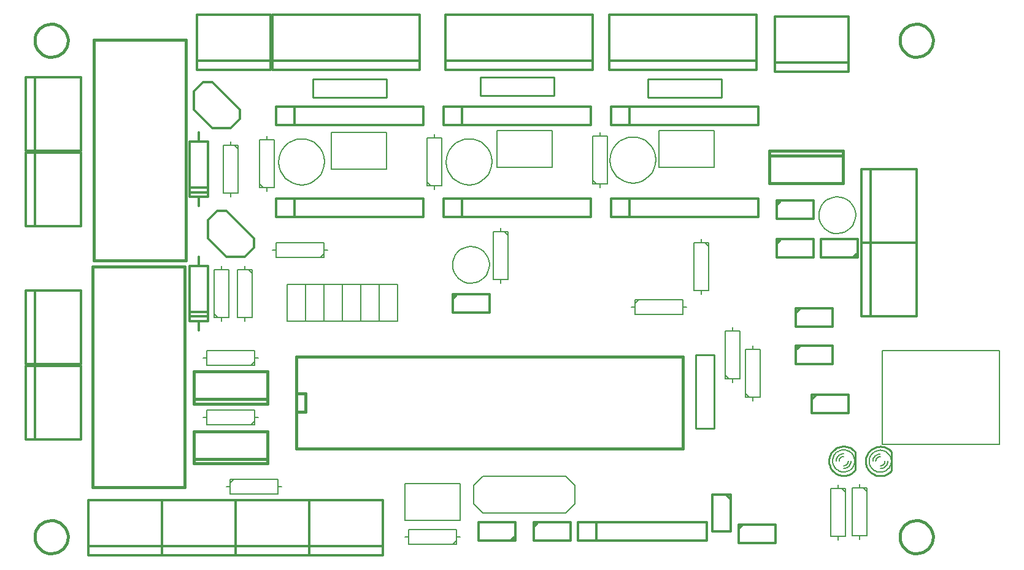
<source format=gto>
G04 (created by PCBNEW-RS274X (2012-apr-16-27)-stable) date Tue 29 Oct 2013 12:21:01 GMT*
G01*
G70*
G90*
%MOIN*%
G04 Gerber Fmt 3.4, Leading zero omitted, Abs format*
%FSLAX34Y34*%
G04 APERTURE LIST*
%ADD10C,0.006000*%
%ADD11C,0.005000*%
%ADD12C,0.012000*%
%ADD13C,0.008000*%
%ADD14C,0.010000*%
%ADD15C,0.015000*%
G04 APERTURE END LIST*
G54D10*
G54D11*
X66650Y-33450D02*
X73000Y-33450D01*
X73000Y-28350D02*
X66650Y-28350D01*
X73000Y-28350D02*
X73000Y-33450D01*
X66650Y-28350D02*
X66650Y-33450D01*
G54D12*
X51900Y-20100D02*
X59900Y-20100D01*
X59900Y-20100D02*
X59900Y-21100D01*
X59900Y-21100D02*
X51900Y-21100D01*
X51900Y-21100D02*
X51900Y-20100D01*
X52900Y-21100D02*
X52900Y-20100D01*
X33700Y-15100D02*
X41700Y-15100D01*
X41700Y-15100D02*
X41700Y-16100D01*
X41700Y-16100D02*
X33700Y-16100D01*
X33700Y-16100D02*
X33700Y-15100D01*
X34700Y-16100D02*
X34700Y-15100D01*
X42800Y-15100D02*
X50800Y-15100D01*
X50800Y-15100D02*
X50800Y-16100D01*
X50800Y-16100D02*
X42800Y-16100D01*
X42800Y-16100D02*
X42800Y-15100D01*
X43800Y-16100D02*
X43800Y-15100D01*
X51900Y-15100D02*
X59900Y-15100D01*
X59900Y-15100D02*
X59900Y-16100D01*
X59900Y-16100D02*
X51900Y-16100D01*
X51900Y-16100D02*
X51900Y-15100D01*
X52900Y-16100D02*
X52900Y-15100D01*
X33700Y-20100D02*
X41700Y-20100D01*
X41700Y-20100D02*
X41700Y-21100D01*
X41700Y-21100D02*
X33700Y-21100D01*
X33700Y-21100D02*
X33700Y-20100D01*
X34700Y-21100D02*
X34700Y-20100D01*
X42800Y-20100D02*
X50800Y-20100D01*
X50800Y-20100D02*
X50800Y-21100D01*
X50800Y-21100D02*
X42800Y-21100D01*
X42800Y-21100D02*
X42800Y-20100D01*
X43800Y-21100D02*
X43800Y-20100D01*
G54D13*
X32750Y-28750D02*
X32550Y-28750D01*
X29750Y-28750D02*
X29950Y-28750D01*
X29950Y-28750D02*
X29950Y-29150D01*
X29950Y-29150D02*
X32550Y-29150D01*
X32550Y-29150D02*
X32550Y-28350D01*
X32550Y-28350D02*
X29950Y-28350D01*
X29950Y-28350D02*
X29950Y-28750D01*
X32550Y-28950D02*
X32350Y-29150D01*
X43700Y-38500D02*
X43500Y-38500D01*
X40700Y-38500D02*
X40900Y-38500D01*
X40900Y-38500D02*
X40900Y-38900D01*
X40900Y-38900D02*
X43500Y-38900D01*
X43500Y-38900D02*
X43500Y-38100D01*
X43500Y-38100D02*
X40900Y-38100D01*
X40900Y-38100D02*
X40900Y-38500D01*
X43500Y-38700D02*
X43300Y-38900D01*
X31000Y-35750D02*
X31200Y-35750D01*
X34000Y-35750D02*
X33800Y-35750D01*
X33800Y-35750D02*
X33800Y-35350D01*
X33800Y-35350D02*
X31200Y-35350D01*
X31200Y-35350D02*
X31200Y-36150D01*
X31200Y-36150D02*
X33800Y-36150D01*
X33800Y-36150D02*
X33800Y-35750D01*
X31200Y-35550D02*
X31400Y-35350D01*
X32750Y-32000D02*
X32550Y-32000D01*
X29750Y-32000D02*
X29950Y-32000D01*
X29950Y-32000D02*
X29950Y-32400D01*
X29950Y-32400D02*
X32550Y-32400D01*
X32550Y-32400D02*
X32550Y-31600D01*
X32550Y-31600D02*
X29950Y-31600D01*
X29950Y-31600D02*
X29950Y-32000D01*
X32550Y-32200D02*
X32350Y-32400D01*
X30750Y-26750D02*
X30750Y-26550D01*
X30750Y-23750D02*
X30750Y-23950D01*
X30750Y-23950D02*
X30350Y-23950D01*
X30350Y-23950D02*
X30350Y-26550D01*
X30350Y-26550D02*
X31150Y-26550D01*
X31150Y-26550D02*
X31150Y-23950D01*
X31150Y-23950D02*
X30750Y-23950D01*
X30550Y-26550D02*
X30350Y-26350D01*
X33200Y-19700D02*
X33200Y-19500D01*
X33200Y-16700D02*
X33200Y-16900D01*
X33200Y-16900D02*
X32800Y-16900D01*
X32800Y-16900D02*
X32800Y-19500D01*
X32800Y-19500D02*
X33600Y-19500D01*
X33600Y-19500D02*
X33600Y-16900D01*
X33600Y-16900D02*
X33200Y-16900D01*
X33000Y-19500D02*
X32800Y-19300D01*
X42300Y-19600D02*
X42300Y-19400D01*
X42300Y-16600D02*
X42300Y-16800D01*
X42300Y-16800D02*
X41900Y-16800D01*
X41900Y-16800D02*
X41900Y-19400D01*
X41900Y-19400D02*
X42700Y-19400D01*
X42700Y-19400D02*
X42700Y-16800D01*
X42700Y-16800D02*
X42300Y-16800D01*
X42100Y-19400D02*
X41900Y-19200D01*
X51300Y-19500D02*
X51300Y-19300D01*
X51300Y-16500D02*
X51300Y-16700D01*
X51300Y-16700D02*
X50900Y-16700D01*
X50900Y-16700D02*
X50900Y-19300D01*
X50900Y-19300D02*
X51700Y-19300D01*
X51700Y-19300D02*
X51700Y-16700D01*
X51700Y-16700D02*
X51300Y-16700D01*
X51100Y-19300D02*
X50900Y-19100D01*
X36500Y-22900D02*
X36300Y-22900D01*
X33500Y-22900D02*
X33700Y-22900D01*
X33700Y-22900D02*
X33700Y-23300D01*
X33700Y-23300D02*
X36300Y-23300D01*
X36300Y-23300D02*
X36300Y-22500D01*
X36300Y-22500D02*
X33700Y-22500D01*
X33700Y-22500D02*
X33700Y-22900D01*
X36300Y-23100D02*
X36100Y-23300D01*
X45900Y-21700D02*
X45900Y-21900D01*
X45900Y-24700D02*
X45900Y-24500D01*
X45900Y-24500D02*
X46300Y-24500D01*
X46300Y-24500D02*
X46300Y-21900D01*
X46300Y-21900D02*
X45500Y-21900D01*
X45500Y-21900D02*
X45500Y-24500D01*
X45500Y-24500D02*
X45900Y-24500D01*
X46100Y-21900D02*
X46300Y-22100D01*
X56800Y-22300D02*
X56800Y-22500D01*
X56800Y-25300D02*
X56800Y-25100D01*
X56800Y-25100D02*
X57200Y-25100D01*
X57200Y-25100D02*
X57200Y-22500D01*
X57200Y-22500D02*
X56400Y-22500D01*
X56400Y-22500D02*
X56400Y-25100D01*
X56400Y-25100D02*
X56800Y-25100D01*
X57000Y-22500D02*
X57200Y-22700D01*
X64240Y-35660D02*
X64240Y-35860D01*
X64240Y-38660D02*
X64240Y-38460D01*
X64240Y-38460D02*
X64640Y-38460D01*
X64640Y-38460D02*
X64640Y-35860D01*
X64640Y-35860D02*
X63840Y-35860D01*
X63840Y-35860D02*
X63840Y-38460D01*
X63840Y-38460D02*
X64240Y-38460D01*
X64440Y-35860D02*
X64640Y-36060D01*
X65430Y-35630D02*
X65430Y-35830D01*
X65430Y-38630D02*
X65430Y-38430D01*
X65430Y-38430D02*
X65830Y-38430D01*
X65830Y-38430D02*
X65830Y-35830D01*
X65830Y-35830D02*
X65030Y-35830D01*
X65030Y-35830D02*
X65030Y-38430D01*
X65030Y-38430D02*
X65430Y-38430D01*
X65630Y-35830D02*
X65830Y-36030D01*
G54D14*
X39700Y-14600D02*
X35700Y-14600D01*
X39700Y-13600D02*
X35700Y-13600D01*
X35700Y-13600D02*
X35700Y-14600D01*
X39700Y-14600D02*
X39700Y-13600D01*
X48800Y-14500D02*
X44800Y-14500D01*
X48800Y-13500D02*
X44800Y-13500D01*
X44800Y-13500D02*
X44800Y-14500D01*
X48800Y-14500D02*
X48800Y-13500D01*
X57900Y-14600D02*
X53900Y-14600D01*
X57900Y-13600D02*
X53900Y-13600D01*
X53900Y-13600D02*
X53900Y-14600D01*
X57900Y-14600D02*
X57900Y-13600D01*
G54D13*
X40700Y-35600D02*
X43700Y-35600D01*
X43700Y-37600D02*
X40700Y-37600D01*
X40700Y-37600D02*
X40700Y-35600D01*
X43700Y-35600D02*
X43700Y-37600D01*
X57500Y-18400D02*
X54500Y-18400D01*
X54500Y-16400D02*
X57500Y-16400D01*
X57500Y-16400D02*
X57500Y-18400D01*
X54500Y-18400D02*
X54500Y-16400D01*
X48700Y-18400D02*
X45700Y-18400D01*
X45700Y-16400D02*
X48700Y-16400D01*
X48700Y-16400D02*
X48700Y-18400D01*
X45700Y-18400D02*
X45700Y-16400D01*
X39700Y-18500D02*
X36700Y-18500D01*
X36700Y-16500D02*
X39700Y-16500D01*
X39700Y-16500D02*
X39700Y-18500D01*
X36700Y-18500D02*
X36700Y-16500D01*
G54D11*
X36350Y-18100D02*
X36326Y-18342D01*
X36255Y-18576D01*
X36141Y-18791D01*
X35986Y-18980D01*
X35798Y-19136D01*
X35584Y-19252D01*
X35351Y-19324D01*
X35108Y-19349D01*
X34866Y-19327D01*
X34632Y-19258D01*
X34416Y-19145D01*
X34226Y-18993D01*
X34069Y-18806D01*
X33952Y-18592D01*
X33878Y-18359D01*
X33851Y-18117D01*
X33871Y-17875D01*
X33938Y-17640D01*
X34050Y-17423D01*
X34201Y-17232D01*
X34387Y-17074D01*
X34600Y-16955D01*
X34832Y-16880D01*
X35074Y-16851D01*
X35317Y-16869D01*
X35552Y-16935D01*
X35769Y-17045D01*
X35962Y-17195D01*
X36121Y-17380D01*
X36241Y-17592D01*
X36318Y-17824D01*
X36349Y-18066D01*
X36350Y-18100D01*
X54350Y-18000D02*
X54326Y-18242D01*
X54255Y-18476D01*
X54141Y-18691D01*
X53986Y-18880D01*
X53798Y-19036D01*
X53584Y-19152D01*
X53351Y-19224D01*
X53108Y-19249D01*
X52866Y-19227D01*
X52632Y-19158D01*
X52416Y-19045D01*
X52226Y-18893D01*
X52069Y-18706D01*
X51952Y-18492D01*
X51878Y-18259D01*
X51851Y-18017D01*
X51871Y-17775D01*
X51938Y-17540D01*
X52050Y-17323D01*
X52201Y-17132D01*
X52387Y-16974D01*
X52600Y-16855D01*
X52832Y-16780D01*
X53074Y-16751D01*
X53317Y-16769D01*
X53552Y-16835D01*
X53769Y-16945D01*
X53962Y-17095D01*
X54121Y-17280D01*
X54241Y-17492D01*
X54318Y-17724D01*
X54349Y-17966D01*
X54350Y-18000D01*
X45450Y-18100D02*
X45426Y-18342D01*
X45355Y-18576D01*
X45241Y-18791D01*
X45086Y-18980D01*
X44898Y-19136D01*
X44684Y-19252D01*
X44451Y-19324D01*
X44208Y-19349D01*
X43966Y-19327D01*
X43732Y-19258D01*
X43516Y-19145D01*
X43326Y-18993D01*
X43169Y-18806D01*
X43052Y-18592D01*
X42978Y-18359D01*
X42951Y-18117D01*
X42971Y-17875D01*
X43038Y-17640D01*
X43150Y-17423D01*
X43301Y-17232D01*
X43487Y-17074D01*
X43700Y-16955D01*
X43932Y-16880D01*
X44174Y-16851D01*
X44417Y-16869D01*
X44652Y-16935D01*
X44869Y-17045D01*
X45062Y-17195D01*
X45221Y-17380D01*
X45341Y-17592D01*
X45418Y-17824D01*
X45449Y-18066D01*
X45450Y-18100D01*
X65201Y-21000D02*
X65181Y-21194D01*
X65125Y-21381D01*
X65033Y-21553D01*
X64910Y-21705D01*
X64759Y-21829D01*
X64587Y-21922D01*
X64401Y-21980D01*
X64206Y-22000D01*
X64013Y-21983D01*
X63826Y-21928D01*
X63652Y-21837D01*
X63500Y-21715D01*
X63375Y-21565D01*
X63280Y-21394D01*
X63221Y-21208D01*
X63200Y-21013D01*
X63216Y-20820D01*
X63270Y-20632D01*
X63359Y-20458D01*
X63480Y-20305D01*
X63629Y-20179D01*
X63800Y-20083D01*
X63986Y-20023D01*
X64180Y-20000D01*
X64373Y-20015D01*
X64561Y-20067D01*
X64736Y-20155D01*
X64890Y-20276D01*
X65017Y-20423D01*
X65114Y-20593D01*
X65176Y-20779D01*
X65200Y-20973D01*
X65201Y-21000D01*
X45301Y-23700D02*
X45281Y-23894D01*
X45225Y-24081D01*
X45133Y-24253D01*
X45010Y-24405D01*
X44859Y-24529D01*
X44687Y-24622D01*
X44501Y-24680D01*
X44306Y-24700D01*
X44113Y-24683D01*
X43926Y-24628D01*
X43752Y-24537D01*
X43600Y-24415D01*
X43475Y-24265D01*
X43380Y-24094D01*
X43321Y-23908D01*
X43300Y-23713D01*
X43316Y-23520D01*
X43370Y-23332D01*
X43459Y-23158D01*
X43580Y-23005D01*
X43729Y-22879D01*
X43900Y-22783D01*
X44086Y-22723D01*
X44280Y-22700D01*
X44473Y-22715D01*
X44661Y-22767D01*
X44836Y-22855D01*
X44990Y-22976D01*
X45117Y-23123D01*
X45214Y-23293D01*
X45276Y-23479D01*
X45300Y-23673D01*
X45301Y-23700D01*
G54D12*
X65280Y-23300D02*
X63300Y-23300D01*
X63300Y-23300D02*
X63300Y-22300D01*
X63300Y-22300D02*
X65300Y-22300D01*
X65300Y-22300D02*
X65300Y-23300D01*
X65300Y-23050D02*
X65050Y-23300D01*
X46680Y-38700D02*
X44700Y-38700D01*
X44700Y-38700D02*
X44700Y-37700D01*
X44700Y-37700D02*
X46700Y-37700D01*
X46700Y-37700D02*
X46700Y-38700D01*
X46700Y-38450D02*
X46450Y-38700D01*
X60920Y-22300D02*
X62900Y-22300D01*
X62900Y-22300D02*
X62900Y-23300D01*
X62900Y-23300D02*
X60900Y-23300D01*
X60900Y-23300D02*
X60900Y-22300D01*
X60900Y-22550D02*
X61150Y-22300D01*
X47720Y-37700D02*
X49700Y-37700D01*
X49700Y-37700D02*
X49700Y-38700D01*
X49700Y-38700D02*
X47700Y-38700D01*
X47700Y-38700D02*
X47700Y-37700D01*
X47700Y-37950D02*
X47950Y-37700D01*
X43320Y-25300D02*
X45300Y-25300D01*
X45300Y-25300D02*
X45300Y-26300D01*
X45300Y-26300D02*
X43300Y-26300D01*
X43300Y-26300D02*
X43300Y-25300D01*
X43300Y-25550D02*
X43550Y-25300D01*
X61980Y-28090D02*
X63960Y-28090D01*
X63960Y-28090D02*
X63960Y-29090D01*
X63960Y-29090D02*
X61960Y-29090D01*
X61960Y-29090D02*
X61960Y-28090D01*
X61960Y-28340D02*
X62210Y-28090D01*
X61980Y-26080D02*
X63960Y-26080D01*
X63960Y-26080D02*
X63960Y-27080D01*
X63960Y-27080D02*
X61960Y-27080D01*
X61960Y-27080D02*
X61960Y-26080D01*
X61960Y-26330D02*
X62210Y-26080D01*
X58860Y-37820D02*
X60840Y-37820D01*
X60840Y-37820D02*
X60840Y-38820D01*
X60840Y-38820D02*
X58840Y-38820D01*
X58840Y-38820D02*
X58840Y-37820D01*
X58840Y-38070D02*
X59090Y-37820D01*
X62850Y-30770D02*
X64830Y-30770D01*
X64830Y-30770D02*
X64830Y-31770D01*
X64830Y-31770D02*
X62830Y-31770D01*
X62830Y-31770D02*
X62830Y-30770D01*
X62830Y-31020D02*
X63080Y-30770D01*
X58400Y-36220D02*
X58400Y-38200D01*
X58400Y-38200D02*
X57400Y-38200D01*
X57400Y-38200D02*
X57400Y-36200D01*
X57400Y-36200D02*
X58400Y-36200D01*
X58150Y-36200D02*
X58400Y-36450D01*
X60920Y-20200D02*
X62900Y-20200D01*
X62900Y-20200D02*
X62900Y-21200D01*
X62900Y-21200D02*
X60900Y-21200D01*
X60900Y-21200D02*
X60900Y-20200D01*
X60900Y-20450D02*
X61150Y-20200D01*
X51800Y-10100D02*
X51800Y-13100D01*
X59800Y-13100D02*
X59800Y-10100D01*
X59800Y-12600D02*
X51800Y-12600D01*
X51800Y-10100D02*
X59800Y-10100D01*
X51800Y-13100D02*
X59800Y-13100D01*
X33500Y-10100D02*
X33500Y-13100D01*
X41500Y-13100D02*
X41500Y-10100D01*
X41500Y-12600D02*
X33500Y-12600D01*
X33500Y-10100D02*
X41500Y-10100D01*
X33500Y-13100D02*
X41500Y-13100D01*
X42900Y-10100D02*
X42900Y-13100D01*
X50900Y-13100D02*
X50900Y-10100D01*
X50900Y-12600D02*
X42900Y-12600D01*
X42900Y-10100D02*
X50900Y-10100D01*
X42900Y-13100D02*
X50900Y-13100D01*
X39500Y-39000D02*
X35500Y-39000D01*
X39500Y-39500D02*
X39500Y-36500D01*
X39500Y-36500D02*
X35500Y-36500D01*
X35500Y-36500D02*
X35500Y-39500D01*
X35500Y-39500D02*
X39500Y-39500D01*
X35500Y-39000D02*
X31500Y-39000D01*
X35500Y-39500D02*
X35500Y-36500D01*
X35500Y-36500D02*
X31500Y-36500D01*
X31500Y-36500D02*
X31500Y-39500D01*
X31500Y-39500D02*
X35500Y-39500D01*
X31500Y-39000D02*
X27500Y-39000D01*
X31500Y-39500D02*
X31500Y-36500D01*
X31500Y-36500D02*
X27500Y-36500D01*
X27500Y-36500D02*
X27500Y-39500D01*
X27500Y-39500D02*
X31500Y-39500D01*
X33400Y-12600D02*
X29400Y-12600D01*
X33400Y-13100D02*
X33400Y-10100D01*
X33400Y-10100D02*
X29400Y-10100D01*
X29400Y-10100D02*
X29400Y-13100D01*
X29400Y-13100D02*
X33400Y-13100D01*
X27500Y-39000D02*
X23500Y-39000D01*
X27500Y-39500D02*
X27500Y-36500D01*
X27500Y-36500D02*
X23500Y-36500D01*
X23500Y-36500D02*
X23500Y-39500D01*
X23500Y-39500D02*
X27500Y-39500D01*
G54D15*
X34800Y-30700D02*
X35300Y-30700D01*
X35300Y-30700D02*
X35300Y-31700D01*
X35300Y-31700D02*
X34800Y-31700D01*
X34800Y-28700D02*
X55800Y-28700D01*
X55800Y-28700D02*
X55800Y-33700D01*
X55800Y-33700D02*
X34800Y-33700D01*
X34800Y-33700D02*
X34800Y-28700D01*
G54D12*
X50100Y-37700D02*
X50100Y-37700D01*
X50100Y-37700D02*
X57100Y-37700D01*
X57100Y-37700D02*
X57100Y-38700D01*
X57100Y-38700D02*
X50100Y-38700D01*
X50100Y-38700D02*
X50100Y-37700D01*
X51100Y-38700D02*
X51100Y-38700D01*
X51100Y-38700D02*
X51100Y-37700D01*
G54D13*
X53000Y-26000D02*
X53200Y-26000D01*
X56000Y-26000D02*
X55800Y-26000D01*
X55800Y-26000D02*
X55800Y-25600D01*
X55800Y-25600D02*
X53200Y-25600D01*
X53200Y-25600D02*
X53200Y-26400D01*
X53200Y-26400D02*
X55800Y-26400D01*
X55800Y-26400D02*
X55800Y-26000D01*
X53200Y-25800D02*
X53400Y-25600D01*
X58500Y-30100D02*
X58500Y-29900D01*
X58500Y-27100D02*
X58500Y-27300D01*
X58500Y-27300D02*
X58100Y-27300D01*
X58100Y-27300D02*
X58100Y-29900D01*
X58100Y-29900D02*
X58900Y-29900D01*
X58900Y-29900D02*
X58900Y-27300D01*
X58900Y-27300D02*
X58500Y-27300D01*
X58300Y-29900D02*
X58100Y-29700D01*
X59600Y-31100D02*
X59600Y-30900D01*
X59600Y-28100D02*
X59600Y-28300D01*
X59600Y-28300D02*
X59200Y-28300D01*
X59200Y-28300D02*
X59200Y-30900D01*
X59200Y-30900D02*
X60000Y-30900D01*
X60000Y-30900D02*
X60000Y-28300D01*
X60000Y-28300D02*
X59600Y-28300D01*
X59400Y-30900D02*
X59200Y-30700D01*
G54D14*
X56500Y-32600D02*
X56500Y-28600D01*
X57500Y-32600D02*
X57500Y-28600D01*
X57500Y-28600D02*
X56500Y-28600D01*
X56500Y-32600D02*
X57500Y-32600D01*
G54D12*
X64800Y-12700D02*
X60800Y-12700D01*
X64800Y-13200D02*
X64800Y-10200D01*
X64800Y-10200D02*
X60800Y-10200D01*
X60800Y-10200D02*
X60800Y-13200D01*
X60800Y-13200D02*
X64800Y-13200D01*
G54D10*
X44450Y-35700D02*
X44950Y-35200D01*
X49450Y-35200D02*
X49950Y-35700D01*
X49950Y-36700D02*
X49450Y-37200D01*
X44450Y-36700D02*
X44950Y-37200D01*
X44950Y-35200D02*
X49450Y-35200D01*
X44450Y-35700D02*
X44450Y-36700D01*
X44950Y-37200D02*
X49450Y-37200D01*
X49950Y-36700D02*
X49950Y-35700D01*
G54D12*
X31750Y-15250D02*
X30250Y-13750D01*
X30250Y-13750D02*
X29750Y-13750D01*
X29750Y-13750D02*
X29250Y-14250D01*
X29250Y-14250D02*
X29250Y-15250D01*
X29250Y-15250D02*
X30250Y-16250D01*
X30250Y-16250D02*
X31250Y-16250D01*
X31250Y-16250D02*
X31750Y-15750D01*
X31750Y-15750D02*
X31750Y-15250D01*
X32500Y-22250D02*
X31000Y-20750D01*
X31000Y-20750D02*
X30500Y-20750D01*
X30500Y-20750D02*
X30000Y-21250D01*
X30000Y-21250D02*
X30000Y-22250D01*
X30000Y-22250D02*
X31000Y-23250D01*
X31000Y-23250D02*
X32000Y-23250D01*
X32000Y-23250D02*
X32500Y-22750D01*
X32500Y-22750D02*
X32500Y-22250D01*
G54D13*
X31250Y-17000D02*
X31250Y-17200D01*
X31250Y-20000D02*
X31250Y-19800D01*
X31250Y-19800D02*
X31650Y-19800D01*
X31650Y-19800D02*
X31650Y-17200D01*
X31650Y-17200D02*
X30850Y-17200D01*
X30850Y-17200D02*
X30850Y-19800D01*
X30850Y-19800D02*
X31250Y-19800D01*
X31450Y-17200D02*
X31650Y-17400D01*
X32000Y-23750D02*
X32000Y-23950D01*
X32000Y-26750D02*
X32000Y-26550D01*
X32000Y-26550D02*
X32400Y-26550D01*
X32400Y-26550D02*
X32400Y-23950D01*
X32400Y-23950D02*
X31600Y-23950D01*
X31600Y-23950D02*
X31600Y-26550D01*
X31600Y-26550D02*
X32000Y-26550D01*
X32200Y-23950D02*
X32400Y-24150D01*
G54D12*
X30000Y-17000D02*
X30000Y-20000D01*
X30000Y-20000D02*
X29000Y-20000D01*
X29000Y-20000D02*
X29000Y-17000D01*
X29000Y-17000D02*
X30000Y-17000D01*
X30000Y-19750D02*
X29000Y-19750D01*
X29000Y-19500D02*
X30000Y-19500D01*
X29500Y-17000D02*
X29500Y-16500D01*
X29500Y-20000D02*
X29500Y-20500D01*
X30000Y-23750D02*
X30000Y-26750D01*
X30000Y-26750D02*
X29000Y-26750D01*
X29000Y-26750D02*
X29000Y-23750D01*
X29000Y-23750D02*
X30000Y-23750D01*
X30000Y-26500D02*
X29000Y-26500D01*
X29000Y-26250D02*
X30000Y-26250D01*
X29500Y-23750D02*
X29500Y-23250D01*
X29500Y-26750D02*
X29500Y-27250D01*
X66000Y-22500D02*
X66000Y-18500D01*
X65500Y-22500D02*
X68500Y-22500D01*
X68500Y-22500D02*
X68500Y-18500D01*
X68500Y-18500D02*
X65500Y-18500D01*
X65500Y-18500D02*
X65500Y-22500D01*
X66000Y-26500D02*
X66000Y-22500D01*
X65500Y-26500D02*
X68500Y-26500D01*
X68500Y-26500D02*
X68500Y-22500D01*
X68500Y-22500D02*
X65500Y-22500D01*
X65500Y-22500D02*
X65500Y-26500D01*
X20600Y-17500D02*
X20600Y-13500D01*
X20100Y-17500D02*
X23100Y-17500D01*
X23100Y-17500D02*
X23100Y-13500D01*
X23100Y-13500D02*
X20100Y-13500D01*
X20100Y-13500D02*
X20100Y-17500D01*
X20600Y-29100D02*
X20600Y-25100D01*
X20100Y-29100D02*
X23100Y-29100D01*
X23100Y-29100D02*
X23100Y-25100D01*
X23100Y-25100D02*
X20100Y-25100D01*
X20100Y-25100D02*
X20100Y-29100D01*
X20600Y-21600D02*
X20600Y-17600D01*
X20100Y-21600D02*
X23100Y-21600D01*
X23100Y-21600D02*
X23100Y-17600D01*
X23100Y-17600D02*
X20100Y-17600D01*
X20100Y-17600D02*
X20100Y-21600D01*
X20600Y-33200D02*
X20600Y-29200D01*
X20100Y-33200D02*
X23100Y-33200D01*
X23100Y-33200D02*
X23100Y-29200D01*
X23100Y-29200D02*
X20100Y-29200D01*
X20100Y-29200D02*
X20100Y-33200D01*
G54D15*
X33250Y-31000D02*
X33250Y-31250D01*
X33250Y-31250D02*
X29250Y-31250D01*
X29250Y-31250D02*
X29250Y-31000D01*
X33250Y-29500D02*
X33250Y-31000D01*
X33250Y-31000D02*
X29250Y-31000D01*
X29250Y-31000D02*
X29250Y-29500D01*
X29250Y-29500D02*
X33250Y-29500D01*
X33250Y-34250D02*
X33250Y-34500D01*
X33250Y-34500D02*
X29250Y-34500D01*
X29250Y-34500D02*
X29250Y-34250D01*
X33250Y-32750D02*
X33250Y-34250D01*
X33250Y-34250D02*
X29250Y-34250D01*
X29250Y-34250D02*
X29250Y-32750D01*
X29250Y-32750D02*
X33250Y-32750D01*
X60500Y-17750D02*
X60500Y-17500D01*
X60500Y-17500D02*
X64500Y-17500D01*
X64500Y-17500D02*
X64500Y-17750D01*
X60500Y-19250D02*
X60500Y-17750D01*
X60500Y-17750D02*
X64500Y-17750D01*
X64500Y-17750D02*
X64500Y-19250D01*
X64500Y-19250D02*
X60500Y-19250D01*
X69400Y-38500D02*
X69382Y-38674D01*
X69332Y-38842D01*
X69249Y-38998D01*
X69138Y-39134D01*
X69003Y-39246D01*
X68848Y-39329D01*
X68680Y-39381D01*
X68506Y-39399D01*
X68332Y-39384D01*
X68163Y-39334D01*
X68008Y-39253D01*
X67871Y-39143D01*
X67758Y-39008D01*
X67673Y-38854D01*
X67620Y-38687D01*
X67601Y-38512D01*
X67615Y-38338D01*
X67664Y-38169D01*
X67744Y-38013D01*
X67853Y-37875D01*
X67987Y-37761D01*
X68140Y-37676D01*
X68307Y-37621D01*
X68482Y-37601D01*
X68656Y-37614D01*
X68825Y-37661D01*
X68982Y-37741D01*
X69120Y-37849D01*
X69235Y-37982D01*
X69322Y-38134D01*
X69377Y-38301D01*
X69399Y-38475D01*
X69400Y-38500D01*
X69400Y-11500D02*
X69382Y-11674D01*
X69332Y-11842D01*
X69249Y-11998D01*
X69138Y-12134D01*
X69003Y-12246D01*
X68848Y-12329D01*
X68680Y-12381D01*
X68506Y-12399D01*
X68332Y-12384D01*
X68163Y-12334D01*
X68008Y-12253D01*
X67871Y-12143D01*
X67758Y-12008D01*
X67673Y-11854D01*
X67620Y-11687D01*
X67601Y-11512D01*
X67615Y-11338D01*
X67664Y-11169D01*
X67744Y-11013D01*
X67853Y-10875D01*
X67987Y-10761D01*
X68140Y-10676D01*
X68307Y-10621D01*
X68482Y-10601D01*
X68656Y-10614D01*
X68825Y-10661D01*
X68982Y-10741D01*
X69120Y-10849D01*
X69235Y-10982D01*
X69322Y-11134D01*
X69377Y-11301D01*
X69399Y-11475D01*
X69400Y-11500D01*
X22400Y-11500D02*
X22382Y-11674D01*
X22332Y-11842D01*
X22249Y-11998D01*
X22138Y-12134D01*
X22003Y-12246D01*
X21848Y-12329D01*
X21680Y-12381D01*
X21506Y-12399D01*
X21332Y-12384D01*
X21163Y-12334D01*
X21008Y-12253D01*
X20871Y-12143D01*
X20758Y-12008D01*
X20673Y-11854D01*
X20620Y-11687D01*
X20601Y-11512D01*
X20615Y-11338D01*
X20664Y-11169D01*
X20744Y-11013D01*
X20853Y-10875D01*
X20987Y-10761D01*
X21140Y-10676D01*
X21307Y-10621D01*
X21482Y-10601D01*
X21656Y-10614D01*
X21825Y-10661D01*
X21982Y-10741D01*
X22120Y-10849D01*
X22235Y-10982D01*
X22322Y-11134D01*
X22377Y-11301D01*
X22399Y-11475D01*
X22400Y-11500D01*
X22400Y-38500D02*
X22382Y-38674D01*
X22332Y-38842D01*
X22249Y-38998D01*
X22138Y-39134D01*
X22003Y-39246D01*
X21848Y-39329D01*
X21680Y-39381D01*
X21506Y-39399D01*
X21332Y-39384D01*
X21163Y-39334D01*
X21008Y-39253D01*
X20871Y-39143D01*
X20758Y-39008D01*
X20673Y-38854D01*
X20620Y-38687D01*
X20601Y-38512D01*
X20615Y-38338D01*
X20664Y-38169D01*
X20744Y-38013D01*
X20853Y-37875D01*
X20987Y-37761D01*
X21140Y-37676D01*
X21307Y-37621D01*
X21482Y-37601D01*
X21656Y-37614D01*
X21825Y-37661D01*
X21982Y-37741D01*
X22120Y-37849D01*
X22235Y-37982D01*
X22322Y-38134D01*
X22377Y-38301D01*
X22399Y-38475D01*
X22400Y-38500D01*
X23800Y-23450D02*
X28800Y-23450D01*
X28800Y-23450D02*
X28800Y-11450D01*
X28800Y-11450D02*
X23800Y-11450D01*
X23800Y-11450D02*
X23800Y-23450D01*
X23750Y-35800D02*
X28750Y-35800D01*
X28750Y-35800D02*
X28750Y-23800D01*
X28750Y-23800D02*
X23750Y-23800D01*
X23750Y-23800D02*
X23750Y-35800D01*
G54D14*
X65170Y-34870D02*
X65170Y-33870D01*
G54D10*
X64090Y-33986D02*
X64058Y-34028D01*
X64030Y-34072D01*
X64006Y-34119D01*
X63986Y-34167D01*
X63970Y-34217D01*
X63959Y-34268D01*
X63953Y-34320D01*
X63950Y-34370D01*
X63951Y-34370D02*
X63954Y-34422D01*
X63961Y-34474D01*
X63972Y-34525D01*
X63988Y-34574D01*
X64008Y-34623D01*
X64032Y-34669D01*
X64060Y-34713D01*
X64092Y-34755D01*
X64103Y-34767D01*
X65149Y-34370D02*
X65146Y-34318D01*
X65139Y-34266D01*
X65128Y-34215D01*
X65112Y-34166D01*
X65092Y-34117D01*
X65068Y-34071D01*
X65040Y-34027D01*
X65008Y-33985D01*
X65004Y-33981D01*
X65010Y-34754D02*
X65042Y-34712D01*
X65070Y-34668D01*
X65094Y-34621D01*
X65114Y-34573D01*
X65130Y-34523D01*
X65141Y-34472D01*
X65147Y-34420D01*
X65150Y-34370D01*
X65037Y-34021D02*
X65005Y-33980D01*
X64969Y-33942D01*
X64930Y-33907D01*
X64888Y-33875D01*
X64844Y-33848D01*
X64797Y-33824D01*
X64749Y-33805D01*
X64699Y-33789D01*
X64647Y-33779D01*
X64596Y-33772D01*
X64550Y-33770D01*
X64550Y-33770D02*
X64498Y-33773D01*
X64446Y-33780D01*
X64395Y-33791D01*
X64345Y-33807D01*
X64297Y-33827D01*
X64251Y-33851D01*
X64206Y-33879D01*
X64165Y-33911D01*
X64126Y-33946D01*
X64091Y-33985D01*
X64071Y-34010D01*
X64550Y-34969D02*
X64602Y-34966D01*
X64654Y-34959D01*
X64705Y-34948D01*
X64754Y-34932D01*
X64803Y-34912D01*
X64849Y-34888D01*
X64893Y-34860D01*
X64935Y-34828D01*
X64973Y-34793D01*
X65008Y-34755D01*
X65022Y-34737D01*
X64077Y-34738D02*
X64111Y-34778D01*
X64148Y-34815D01*
X64189Y-34848D01*
X64232Y-34878D01*
X64277Y-34904D01*
X64325Y-34925D01*
X64374Y-34943D01*
X64425Y-34956D01*
X64476Y-34965D01*
X64529Y-34969D01*
X64550Y-34970D01*
X64550Y-34120D02*
X64529Y-34121D01*
X64507Y-34124D01*
X64486Y-34129D01*
X64465Y-34136D01*
X64445Y-34144D01*
X64426Y-34154D01*
X64407Y-34166D01*
X64390Y-34179D01*
X64374Y-34194D01*
X64359Y-34210D01*
X64346Y-34227D01*
X64334Y-34246D01*
X64324Y-34265D01*
X64316Y-34285D01*
X64309Y-34306D01*
X64304Y-34327D01*
X64301Y-34349D01*
X64300Y-34370D01*
X64550Y-33970D02*
X64516Y-33972D01*
X64481Y-33977D01*
X64447Y-33984D01*
X64414Y-33995D01*
X64381Y-34008D01*
X64351Y-34024D01*
X64321Y-34043D01*
X64293Y-34064D01*
X64268Y-34088D01*
X64244Y-34113D01*
X64223Y-34141D01*
X64204Y-34171D01*
X64188Y-34201D01*
X64175Y-34234D01*
X64164Y-34267D01*
X64157Y-34301D01*
X64152Y-34336D01*
X64150Y-34370D01*
X64550Y-34620D02*
X64571Y-34619D01*
X64593Y-34616D01*
X64614Y-34611D01*
X64635Y-34604D01*
X64655Y-34596D01*
X64675Y-34586D01*
X64693Y-34574D01*
X64710Y-34561D01*
X64726Y-34546D01*
X64741Y-34530D01*
X64754Y-34513D01*
X64766Y-34494D01*
X64776Y-34475D01*
X64784Y-34455D01*
X64791Y-34434D01*
X64796Y-34413D01*
X64799Y-34391D01*
X64800Y-34370D01*
X64550Y-34770D02*
X64584Y-34768D01*
X64619Y-34763D01*
X64653Y-34756D01*
X64686Y-34745D01*
X64719Y-34732D01*
X64750Y-34716D01*
X64779Y-34697D01*
X64807Y-34676D01*
X64832Y-34652D01*
X64856Y-34627D01*
X64877Y-34599D01*
X64896Y-34569D01*
X64912Y-34539D01*
X64925Y-34506D01*
X64936Y-34473D01*
X64943Y-34439D01*
X64948Y-34404D01*
X64950Y-34370D01*
G54D14*
X65163Y-33857D02*
X65116Y-33806D01*
X65065Y-33759D01*
X65010Y-33716D01*
X64951Y-33678D01*
X64889Y-33646D01*
X64824Y-33619D01*
X64758Y-33598D01*
X64690Y-33583D01*
X64621Y-33574D01*
X64551Y-33571D01*
X64550Y-33570D01*
X64550Y-33571D02*
X64481Y-33575D01*
X64412Y-33584D01*
X64344Y-33599D01*
X64277Y-33620D01*
X64213Y-33646D01*
X64151Y-33679D01*
X64092Y-33716D01*
X64037Y-33758D01*
X63986Y-33806D01*
X63938Y-33857D01*
X63896Y-33912D01*
X63859Y-33971D01*
X63846Y-33994D01*
X64551Y-35167D02*
X64620Y-35164D01*
X64689Y-35155D01*
X64757Y-35140D01*
X64824Y-35119D01*
X64888Y-35092D01*
X64950Y-35060D01*
X65008Y-35022D01*
X65064Y-34980D01*
X65115Y-34933D01*
X65159Y-34885D01*
X63856Y-34767D02*
X63894Y-34826D01*
X63936Y-34882D01*
X63983Y-34933D01*
X64034Y-34981D01*
X64089Y-35023D01*
X64148Y-35061D01*
X64210Y-35093D01*
X64274Y-35120D01*
X64341Y-35142D01*
X64409Y-35157D01*
X64478Y-35166D01*
X64548Y-35169D01*
X64550Y-35170D01*
X63846Y-33991D02*
X63816Y-34054D01*
X63791Y-34119D01*
X63772Y-34186D01*
X63759Y-34255D01*
X63752Y-34324D01*
X63750Y-34370D01*
X63751Y-34370D02*
X63755Y-34439D01*
X63764Y-34508D01*
X63779Y-34576D01*
X63800Y-34643D01*
X63826Y-34707D01*
X63859Y-34769D01*
X63870Y-34788D01*
X67160Y-34880D02*
X67160Y-33880D01*
G54D10*
X66080Y-33996D02*
X66048Y-34038D01*
X66020Y-34082D01*
X65996Y-34129D01*
X65976Y-34177D01*
X65960Y-34227D01*
X65949Y-34278D01*
X65943Y-34330D01*
X65940Y-34380D01*
X65941Y-34380D02*
X65944Y-34432D01*
X65951Y-34484D01*
X65962Y-34535D01*
X65978Y-34584D01*
X65998Y-34633D01*
X66022Y-34679D01*
X66050Y-34723D01*
X66082Y-34765D01*
X66093Y-34777D01*
X67139Y-34380D02*
X67136Y-34328D01*
X67129Y-34276D01*
X67118Y-34225D01*
X67102Y-34176D01*
X67082Y-34127D01*
X67058Y-34081D01*
X67030Y-34037D01*
X66998Y-33995D01*
X66994Y-33991D01*
X67000Y-34764D02*
X67032Y-34722D01*
X67060Y-34678D01*
X67084Y-34631D01*
X67104Y-34583D01*
X67120Y-34533D01*
X67131Y-34482D01*
X67137Y-34430D01*
X67140Y-34380D01*
X67027Y-34031D02*
X66995Y-33990D01*
X66959Y-33952D01*
X66920Y-33917D01*
X66878Y-33885D01*
X66834Y-33858D01*
X66787Y-33834D01*
X66739Y-33815D01*
X66689Y-33799D01*
X66637Y-33789D01*
X66586Y-33782D01*
X66540Y-33780D01*
X66540Y-33780D02*
X66488Y-33783D01*
X66436Y-33790D01*
X66385Y-33801D01*
X66335Y-33817D01*
X66287Y-33837D01*
X66241Y-33861D01*
X66196Y-33889D01*
X66155Y-33921D01*
X66116Y-33956D01*
X66081Y-33995D01*
X66061Y-34020D01*
X66540Y-34979D02*
X66592Y-34976D01*
X66644Y-34969D01*
X66695Y-34958D01*
X66744Y-34942D01*
X66793Y-34922D01*
X66839Y-34898D01*
X66883Y-34870D01*
X66925Y-34838D01*
X66963Y-34803D01*
X66998Y-34765D01*
X67012Y-34747D01*
X66067Y-34748D02*
X66101Y-34788D01*
X66138Y-34825D01*
X66179Y-34858D01*
X66222Y-34888D01*
X66267Y-34914D01*
X66315Y-34935D01*
X66364Y-34953D01*
X66415Y-34966D01*
X66466Y-34975D01*
X66519Y-34979D01*
X66540Y-34980D01*
X66540Y-34130D02*
X66519Y-34131D01*
X66497Y-34134D01*
X66476Y-34139D01*
X66455Y-34146D01*
X66435Y-34154D01*
X66416Y-34164D01*
X66397Y-34176D01*
X66380Y-34189D01*
X66364Y-34204D01*
X66349Y-34220D01*
X66336Y-34237D01*
X66324Y-34256D01*
X66314Y-34275D01*
X66306Y-34295D01*
X66299Y-34316D01*
X66294Y-34337D01*
X66291Y-34359D01*
X66290Y-34380D01*
X66540Y-33980D02*
X66506Y-33982D01*
X66471Y-33987D01*
X66437Y-33994D01*
X66404Y-34005D01*
X66371Y-34018D01*
X66341Y-34034D01*
X66311Y-34053D01*
X66283Y-34074D01*
X66258Y-34098D01*
X66234Y-34123D01*
X66213Y-34151D01*
X66194Y-34181D01*
X66178Y-34211D01*
X66165Y-34244D01*
X66154Y-34277D01*
X66147Y-34311D01*
X66142Y-34346D01*
X66140Y-34380D01*
X66540Y-34630D02*
X66561Y-34629D01*
X66583Y-34626D01*
X66604Y-34621D01*
X66625Y-34614D01*
X66645Y-34606D01*
X66665Y-34596D01*
X66683Y-34584D01*
X66700Y-34571D01*
X66716Y-34556D01*
X66731Y-34540D01*
X66744Y-34523D01*
X66756Y-34504D01*
X66766Y-34485D01*
X66774Y-34465D01*
X66781Y-34444D01*
X66786Y-34423D01*
X66789Y-34401D01*
X66790Y-34380D01*
X66540Y-34780D02*
X66574Y-34778D01*
X66609Y-34773D01*
X66643Y-34766D01*
X66676Y-34755D01*
X66709Y-34742D01*
X66740Y-34726D01*
X66769Y-34707D01*
X66797Y-34686D01*
X66822Y-34662D01*
X66846Y-34637D01*
X66867Y-34609D01*
X66886Y-34579D01*
X66902Y-34549D01*
X66915Y-34516D01*
X66926Y-34483D01*
X66933Y-34449D01*
X66938Y-34414D01*
X66940Y-34380D01*
G54D14*
X67153Y-33867D02*
X67106Y-33816D01*
X67055Y-33769D01*
X67000Y-33726D01*
X66941Y-33688D01*
X66879Y-33656D01*
X66814Y-33629D01*
X66748Y-33608D01*
X66680Y-33593D01*
X66611Y-33584D01*
X66541Y-33581D01*
X66540Y-33580D01*
X66540Y-33581D02*
X66471Y-33585D01*
X66402Y-33594D01*
X66334Y-33609D01*
X66267Y-33630D01*
X66203Y-33656D01*
X66141Y-33689D01*
X66082Y-33726D01*
X66027Y-33768D01*
X65976Y-33816D01*
X65928Y-33867D01*
X65886Y-33922D01*
X65849Y-33981D01*
X65836Y-34004D01*
X66541Y-35177D02*
X66610Y-35174D01*
X66679Y-35165D01*
X66747Y-35150D01*
X66814Y-35129D01*
X66878Y-35102D01*
X66940Y-35070D01*
X66998Y-35032D01*
X67054Y-34990D01*
X67105Y-34943D01*
X67149Y-34895D01*
X65846Y-34777D02*
X65884Y-34836D01*
X65926Y-34892D01*
X65973Y-34943D01*
X66024Y-34991D01*
X66079Y-35033D01*
X66138Y-35071D01*
X66200Y-35103D01*
X66264Y-35130D01*
X66331Y-35152D01*
X66399Y-35167D01*
X66468Y-35176D01*
X66538Y-35179D01*
X66540Y-35180D01*
X65836Y-34001D02*
X65806Y-34064D01*
X65781Y-34129D01*
X65762Y-34196D01*
X65749Y-34265D01*
X65742Y-34334D01*
X65740Y-34380D01*
X65741Y-34380D02*
X65745Y-34449D01*
X65754Y-34518D01*
X65769Y-34586D01*
X65790Y-34653D01*
X65816Y-34717D01*
X65849Y-34779D01*
X65860Y-34798D01*
G54D10*
X35310Y-26760D02*
X34310Y-26760D01*
X34310Y-26760D02*
X34310Y-24760D01*
X34310Y-24760D02*
X35310Y-24760D01*
X35310Y-24760D02*
X35310Y-26760D01*
X36310Y-26760D02*
X35310Y-26760D01*
X35310Y-26760D02*
X35310Y-24760D01*
X35310Y-24760D02*
X36310Y-24760D01*
X36310Y-24760D02*
X36310Y-26760D01*
X37310Y-26760D02*
X36310Y-26760D01*
X36310Y-26760D02*
X36310Y-24760D01*
X36310Y-24760D02*
X37310Y-24760D01*
X37310Y-24760D02*
X37310Y-26760D01*
X38310Y-26760D02*
X37310Y-26760D01*
X37310Y-26760D02*
X37310Y-24760D01*
X37310Y-24760D02*
X38310Y-24760D01*
X38310Y-24760D02*
X38310Y-26760D01*
X39310Y-26760D02*
X38310Y-26760D01*
X38310Y-26760D02*
X38310Y-24760D01*
X38310Y-24760D02*
X39310Y-24760D01*
X39310Y-24760D02*
X39310Y-26760D01*
X40310Y-26760D02*
X39310Y-26760D01*
X39310Y-26760D02*
X39310Y-24760D01*
X39310Y-24760D02*
X40310Y-24760D01*
X40310Y-24760D02*
X40310Y-26760D01*
M02*

</source>
